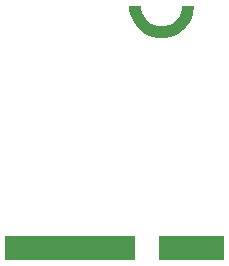
<source format=gbr>
%TF.GenerationSoftware,KiCad,Pcbnew,9.0.0*%
%TF.CreationDate,2025-05-22T16:07:54+04:00*%
%TF.ProjectId,02_03_sensor_IMU_BMI088,30325f30-335f-4736-956e-736f725f494d,rev?*%
%TF.SameCoordinates,Original*%
%TF.FileFunction,Soldermask,Bot*%
%TF.FilePolarity,Negative*%
%FSLAX46Y46*%
G04 Gerber Fmt 4.6, Leading zero omitted, Abs format (unit mm)*
G04 Created by KiCad (PCBNEW 9.0.0) date 2025-05-22 16:07:54*
%MOMM*%
%LPD*%
G01*
G04 APERTURE LIST*
G04 Aperture macros list*
%AMRoundRect*
0 Rectangle with rounded corners*
0 $1 Rounding radius*
0 $2 $3 $4 $5 $6 $7 $8 $9 X,Y pos of 4 corners*
0 Add a 4 corners polygon primitive as box body*
4,1,4,$2,$3,$4,$5,$6,$7,$8,$9,$2,$3,0*
0 Add four circle primitives for the rounded corners*
1,1,$1+$1,$2,$3*
1,1,$1+$1,$4,$5*
1,1,$1+$1,$6,$7*
1,1,$1+$1,$8,$9*
0 Add four rect primitives between the rounded corners*
20,1,$1+$1,$2,$3,$4,$5,0*
20,1,$1+$1,$4,$5,$6,$7,0*
20,1,$1+$1,$6,$7,$8,$9,0*
20,1,$1+$1,$8,$9,$2,$3,0*%
G04 Aperture macros list end*
%ADD10C,0.000000*%
%ADD11RoundRect,0.050000X-0.175000X-0.975000X0.175000X-0.975000X0.175000X0.975000X-0.175000X0.975000X0*%
%ADD12C,0.554000*%
G04 APERTURE END LIST*
D10*
%TO.C,J1*%
G36*
X150777686Y-92669501D02*
G01*
X150856638Y-92964152D01*
X150985556Y-93240617D01*
X151160522Y-93490495D01*
X151376222Y-93706195D01*
X151626100Y-93881161D01*
X151902565Y-94010079D01*
X152197216Y-94089031D01*
X152501100Y-94115617D01*
X152804984Y-94089031D01*
X153099635Y-94010079D01*
X153376100Y-93881161D01*
X153625978Y-93706195D01*
X153841678Y-93490495D01*
X154016644Y-93240617D01*
X154145562Y-92964152D01*
X154224514Y-92669501D01*
X154251100Y-92365617D01*
X155251100Y-92365617D01*
X155157396Y-93077369D01*
X155041769Y-93417996D01*
X154882670Y-93740617D01*
X154682822Y-94039711D01*
X154445644Y-94310161D01*
X154175194Y-94547339D01*
X153876100Y-94747187D01*
X153553479Y-94906286D01*
X153212852Y-95021913D01*
X152860047Y-95092090D01*
X152501100Y-95115617D01*
X152142153Y-95092090D01*
X151789348Y-95021913D01*
X151448721Y-94906286D01*
X151126100Y-94747187D01*
X150827006Y-94547339D01*
X150556556Y-94310161D01*
X150319378Y-94039711D01*
X150119530Y-93740617D01*
X149960431Y-93417996D01*
X149844804Y-93077369D01*
X149774627Y-92724564D01*
X149751100Y-92365617D01*
X150751100Y-92365617D01*
X150777686Y-92669501D01*
G37*
%TD*%
D11*
%TO.C,J1*%
X157501100Y-112840617D03*
X157001100Y-112840617D03*
X156501100Y-112840617D03*
X156001100Y-112840617D03*
X155501100Y-112840617D03*
X155001100Y-112840617D03*
X154501100Y-112840617D03*
X154001100Y-112840617D03*
X153501100Y-112840617D03*
X153001100Y-112840617D03*
X152501100Y-112840617D03*
X150001100Y-112840617D03*
X149501100Y-112840617D03*
X149001100Y-112840617D03*
X148501100Y-112840617D03*
X148001100Y-112840617D03*
X147501100Y-112840617D03*
X147001100Y-112840617D03*
X146501100Y-112840617D03*
X146001100Y-112840617D03*
X145501100Y-112840617D03*
X145001100Y-112840617D03*
X144501100Y-112840617D03*
X144001100Y-112840617D03*
X143501100Y-112840617D03*
X143001100Y-112840617D03*
X142501100Y-112840617D03*
X142001100Y-112840617D03*
X141501100Y-112840617D03*
X141001100Y-112840617D03*
X140501100Y-112840617D03*
X140001100Y-112840617D03*
X139501100Y-112840617D03*
D12*
X150401100Y-93365617D03*
X152501100Y-94665617D03*
X154601100Y-93365617D03*
%TD*%
M02*

</source>
